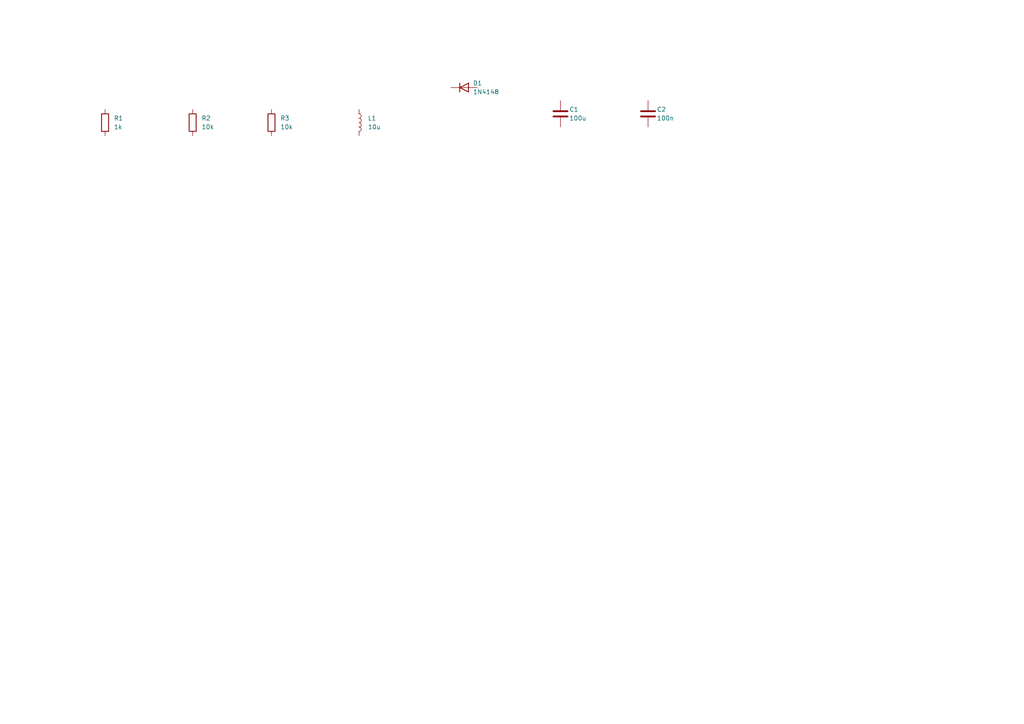
<source format=kicad_sch>
(kicad_sch (version 20250114) (generator "circuit_synth") (generator_version "0.8.36")
  (paper "A4")
  (title_block (title "stress_test_circuit"))
  (lib_symbols
    (symbol "Device:R" (pin_numbers (hide yes)) (pin_names (offset 0))
      (property "Reference" "R" (at 2.032 0 90))
      (property "Value" "R" (at 0 0 90))
      (symbol "R_0_1"
        (rectangle (start -1.016 -2.54) (end 1.016 2.54) (stroke (width 0.254)))
      )
      (symbol "R_1_1"
        (pin passive line (at 0 3.81 270) (length 1.27) (name "~") (number "1"))
        (pin passive line (at 0 -3.81 90) (length 1.27) (name "~") (number "2"))
      )
    )
    (symbol "Device:C" (pin_numbers (hide yes)) (pin_names (offset 0.254))
      (property "Reference" "C" (at 0.635 2.54 0))
      (property "Value" "C" (at 0.635 -2.54 0))
      (symbol "C_0_1"
        (polyline (pts (xy -2.032 0.762) (xy 2.032 0.762)) (stroke (width 0.508)))
        (polyline (pts (xy -2.032 -0.762) (xy 2.032 -0.762)) (stroke (width 0.508)))
      )
      (symbol "C_1_1"
        (pin passive line (at 0 3.81 270) (length 2.794) (name "~") (number "1"))
        (pin passive line (at 0 -3.81 90) (length 2.794) (name "~") (number "2"))
      )
    )
    (symbol "Device:D" (pin_numbers (hide yes)) (pin_names (offset 1.016) (hide yes))
      (property "Reference" "D" (at 0 2.54 0))
      (property "Value" "D" (at 0 -2.54 0))
      (symbol "D_0_1"
        (polyline (pts (xy -1.27 1.27) (xy -1.27 -1.27)) (stroke (width 0.254)))
        (polyline (pts (xy 1.27 1.27) (xy 1.27 -1.27) (xy -1.27 0) (xy 1.27 1.27)) (stroke (width 0.254)))
        (polyline (pts (xy 1.27 0) (xy -1.27 0)))
      )
      (symbol "D_1_1"
        (pin passive line (at -3.81 0 0) (length 2.54) (name "K") (number "1"))
        (pin passive line (at 3.81 0 180) (length 2.54) (name "A") (number "2"))
      )
    )
    (symbol "Device:L" (pin_numbers (hide yes)) (pin_names (offset 1.016) (hide yes))
      (property "Reference" "L" (at -1.27 0 90))
      (property "Value" "L" (at 1.905 0 90))
      (symbol "L_0_1"
        (arc (start 0 2.54) (mid 0.6323 1.905) (end 0 1.27))
        (arc (start 0 1.27) (mid 0.6323 0.635) (end 0 0))
        (arc (start 0 0) (mid 0.6323 -0.635) (end 0 -1.27))
        (arc (start 0 -1.27) (mid 0.6323 -1.905) (end 0 -2.54))
      )
      (symbol "L_1_1"
        (pin passive line (at 0 3.81 270) (length 1.27) (name "1") (number "1"))
        (pin passive line (at 0 -3.81 90) (length 1.27) (name "2") (number "2"))
      )
    )
  )
  (symbol (lib_id "Device:R") (at 30.48 35.56 0) (unit 1)
    (property "Reference" "R1" (at 33.02 34.2899 0) (effects (justify left)))
    (property "Value" "1k" (at 33.02 36.8299 0) (effects (justify left)))
    (property "Footprint" "Resistor_SMD:R_0603_1608Metric" (effects (hide yes)))
    (property "hierarchy_path" "/13a0a0d1-e329-4484-9f97-1f2e66edd11c" (effects (hide yes)))
    (property "project_name" "stress_test_circuit" (effects (hide yes)))
    (property "root_uuid" "13a0a0d1-e329-4484-9f97-1f2e66edd11c" (effects (hide yes)))
  )
  (symbol (lib_id "Device:C") (at 162.56 33.02 0) (unit 1)
    (property "Reference" "C1" (at 165.1 31.7499 0) (effects (justify left)))
    (property "Value" "100u" (at 165.1 34.2899 0) (effects (justify left)))
    (property "Footprint" "Capacitor_SMD:C_0603_1608Metric" (effects (hide yes)))
    (property "hierarchy_path" "/13a0a0d1-e329-4484-9f97-1f2e66edd11c" (effects (hide yes)))
    (property "project_name" "stress_test_circuit" (effects (hide yes)))
    (property "root_uuid" "13a0a0d1-e329-4484-9f97-1f2e66edd11c" (effects (hide yes)))
  )
  (symbol (lib_id "Device:R") (at 55.88 35.56 0) (unit 1)
    (property "Reference" "R2" (at 58.42 34.2899 0) (effects (justify left)))
    (property "Value" "10k" (at 58.42 36.8299 0) (effects (justify left)))
    (property "Footprint" "Resistor_SMD:R_0603_1608Metric" (effects (hide yes)))
    (property "hierarchy_path" "/13a0a0d1-e329-4484-9f97-1f2e66edd11c" (effects (hide yes)))
    (property "project_name" "stress_test_circuit" (effects (hide yes)))
    (property "root_uuid" "13a0a0d1-e329-4484-9f97-1f2e66edd11c" (effects (hide yes)))
  )
  (symbol (lib_id "Device:R") (at 78.74 35.56 0) (unit 1)
    (property "Reference" "R3" (at 81.28 34.2899 0) (effects (justify left)))
    (property "Value" "10k" (at 81.28 36.8299 0) (effects (justify left)))
    (property "Footprint" "Resistor_SMD:R_0603_1608Metric" (effects (hide yes)))
    (property "hierarchy_path" "/13a0a0d1-e329-4484-9f97-1f2e66edd11c" (effects (hide yes)))
    (property "project_name" "stress_test_circuit" (effects (hide yes)))
    (property "root_uuid" "13a0a0d1-e329-4484-9f97-1f2e66edd11c" (effects (hide yes)))
  )
  (symbol (lib_id "Device:C") (at 187.96 33.02 0) (unit 1)
    (property "Reference" "C2" (at 190.5 31.7499 0) (effects (justify left)))
    (property "Value" "100n" (at 190.5 34.2899 0) (effects (justify left)))
    (property "Footprint" "Capacitor_SMD:C_0603_1608Metric" (effects (hide yes)))
    (property "hierarchy_path" "/13a0a0d1-e329-4484-9f97-1f2e66edd11c" (effects (hide yes)))
    (property "project_name" "stress_test_circuit" (effects (hide yes)))
    (property "root_uuid" "13a0a0d1-e329-4484-9f97-1f2e66edd11c" (effects (hide yes)))
  )
  (symbol (lib_id "Device:D") (at 134.62 25.4 0) (unit 1)
    (property "Reference" "D1" (at 137.16 24.1299 0) (effects (justify left)))
    (property "Value" "1N4148" (at 137.16 26.6699 0) (effects (justify left)))
    (property "Footprint" "Diode_SMD:D_0603_1608Metric" (effects (hide yes)))
    (property "hierarchy_path" "/13a0a0d1-e329-4484-9f97-1f2e66edd11c" (effects (hide yes)))
    (property "project_name" "stress_test_circuit" (effects (hide yes)))
    (property "root_uuid" "13a0a0d1-e329-4484-9f97-1f2e66edd11c" (effects (hide yes)))
  )
  (symbol (lib_id "Device:L") (at 104.14 35.56 0) (unit 1)
    (property "Reference" "L1" (at 106.68 34.2899 0) (effects (justify left)))
    (property "Value" "10u" (at 106.68 36.8299 0) (effects (justify left)))
    (property "Footprint" "Inductor_SMD:L_0603_1608Metric" (effects (hide yes)))
    (property "hierarchy_path" "/13a0a0d1-e329-4484-9f97-1f2e66edd11c" (effects (hide yes)))
    (property "project_name" "stress_test_circuit" (effects (hide yes)))
    (property "root_uuid" "13a0a0d1-e329-4484-9f97-1f2e66edd11c" (effects (hide yes)))
  )
)
</source>
